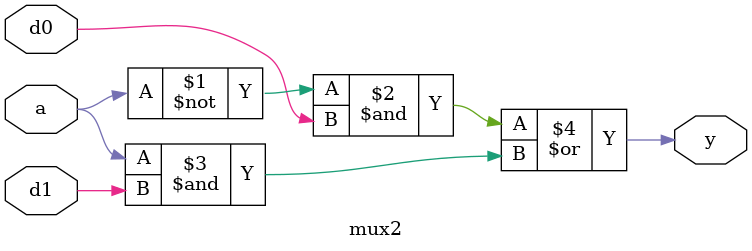
<source format=v>
module mux2(y,d0,d1,a);
output y;
input d0,d1,a;
assign y=(~a& d0)|(a & d1);
endmodule

</source>
